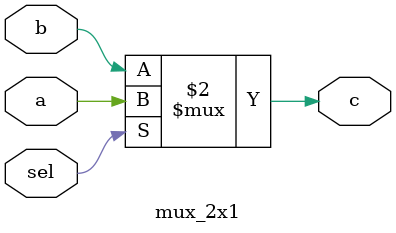
<source format=v>
module mux_2x1 (input a, b, sel, 
				output reg c);
				
	always @(a or b or sel) begin
		c = sel ? a : b;
	end
endmodule
</source>
